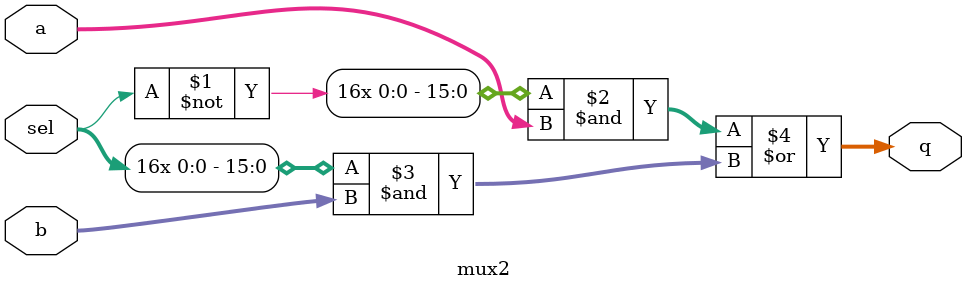
<source format=v>
module top_module(
    input [31:0] a,
    input [31:0] b,
    output [31:0] sum
);
    wire c1, c2, _c2;
    wire [15:0] lo_sum, hi_sum0, hi_sum1, hi_sum;
    add16 add_lo(.a(a[15:0]), .b(b[15:0]), .cin(1'b0), .sum(lo_sum), .cout(c1));
    add16 add_hi0(.a(a[31:16]), .b(b[31:16]), .cin(1'b0), .sum(hi_sum0), .cout(c2));
    add16 add_hi1(.a(a[31:16]), .b(b[31:16]), .cin(1'b1), .sum(hi_sum1), .cout(_c2));
    
	mux2 mux(hi_sum0, hi_sum1, c1, hi_sum);
    assign sum = {hi_sum, lo_sum};
      
endmodule

module mux2(input [15:0] a, b, input sel, output [15:0] q);
    assign q = ({16{~sel}} & a) | ({16{sel}} & b); 
endmodule


</source>
